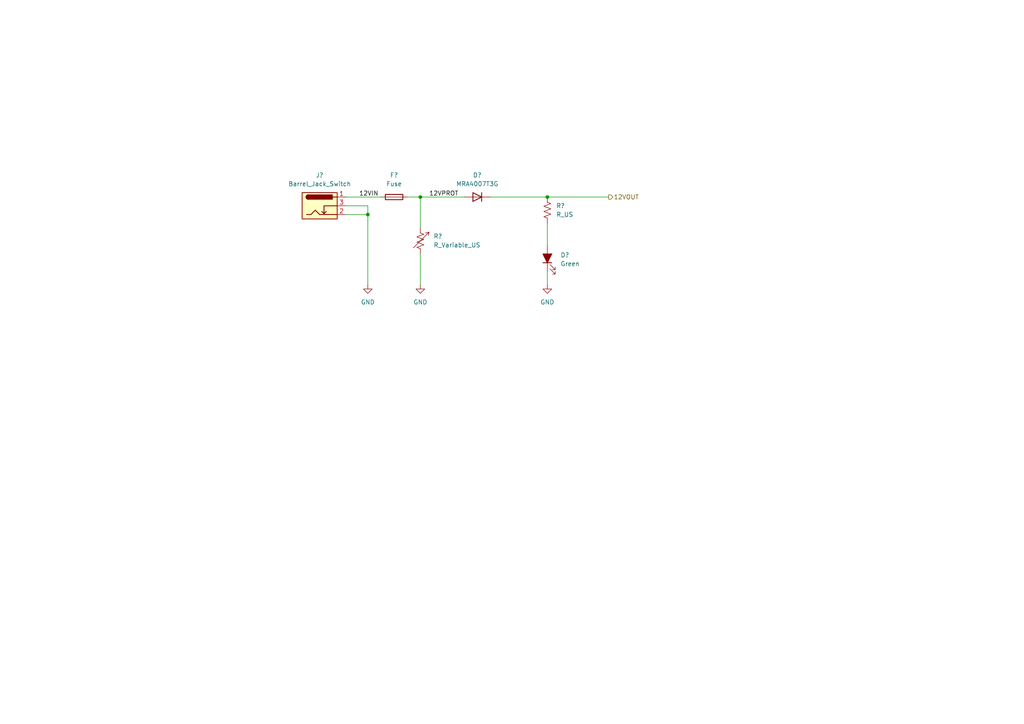
<source format=kicad_sch>
(kicad_sch (version 20250114) (generator "eeschema") (generator_version "9.0")
  (paper "A4")
  (lib_symbols
    (symbol "Connector:Barrel_Jack_Switch" (pin_names (hide yes))
      (property "Reference" "J" (at 0 5.334 0))
      (property "Value" "Barrel_Jack_Switch" (at 0 -5.08 0))
      (symbol "Barrel_Jack_Switch_0_1"
        (rectangle (start -5.08 3.81) (end 5.08 -3.81) (stroke (width 0.254)) (fill (type background)))
        (polyline (pts (xy -3.81 -2.54) (xy -2.54 -2.54) (xy -1.27 -1.27) (xy 0 -2.54) (xy 2.54 -2.54) (xy 5.08 -2.54)) (stroke (width 0.254)))
        (arc (start -3.302 1.905) (mid -3.9343 2.54) (end -3.302 3.175) (stroke (width 0.254)))
        (arc (start -3.302 1.905) (mid -3.9343 2.54) (end -3.302 3.175) (stroke (width 0.254)) (fill (type outline)))
        (polyline (pts (xy 1.27 -2.286) (xy 1.905 -1.651)) (stroke (width 0.254)))
        (rectangle (start 3.683 3.175) (end -3.302 1.905) (stroke (width 0.254)) (fill (type outline)))
        (polyline (pts (xy 5.08 2.54) (xy 3.81 2.54)) (stroke (width 0.254)))
        (polyline (pts (xy 5.08 0) (xy 1.27 0) (xy 1.27 -2.286) (xy 0.635 -1.651)) (stroke (width 0.254)))
      )
      (symbol "Barrel_Jack_Switch_1_1"
        (pin passive line (at 7.62 2.54 180) (length 2.54) (name "~") (number "1"))
        (pin passive line (at 7.62 0 180) (length 2.54) (name "~") (number "3"))
        (pin passive line (at 7.62 -2.54 180) (length 2.54) (name "~") (number "2"))
      )
    )
    (symbol "Device:Fuse" (pin_numbers (hide yes)) (pin_names (offset 0))
      (property "Reference" "F" (at 2.032 0 90))
      (property "Value" "Fuse" (at -1.905 0 90))
      (symbol "Fuse_0_1"
        (rectangle (start -0.762 -2.54) (end 0.762 2.54) (stroke (width 0.254)))
        (polyline (pts (xy 0 2.54) (xy 0 -2.54)))
      )
      (symbol "Fuse_1_1"
        (pin passive line (at 0 3.81 270) (length 1.27) (name "~") (number "1"))
        (pin passive line (at 0 -3.81 90) (length 1.27) (name "~") (number "2"))
      )
    )
    (symbol "Device:LED_Filled" (pin_numbers (hide yes)) (pin_names (offset 1.016) (hide yes))
      (property "Reference" "D" (at 0 2.54 0))
      (property "Value" "LED_Filled" (at 0 -2.54 0))
      (property "Sim.Pins" "1=K 2=A" (at 0 0 0))
      (symbol "LED_Filled_0_1"
        (polyline (pts (xy -3.048 -0.762) (xy -4.572 -2.286) (xy -3.81 -2.286) (xy -4.572 -2.286) (xy -4.572 -1.524)))
        (polyline (pts (xy -1.778 -0.762) (xy -3.302 -2.286) (xy -2.54 -2.286) (xy -3.302 -2.286) (xy -3.302 -1.524)))
        (polyline (pts (xy -1.27 0) (xy 1.27 0)))
        (polyline (pts (xy -1.27 -1.27) (xy -1.27 1.27)) (stroke (width 0.254)))
        (polyline (pts (xy 1.27 -1.27) (xy 1.27 1.27) (xy -1.27 0) (xy 1.27 -1.27)) (stroke (width 0.254)) (fill (type outline)))
      )
      (symbol "LED_Filled_1_1"
        (pin passive line (at -3.81 0 0) (length 2.54) (name "K") (number "1"))
        (pin passive line (at 3.81 0 180) (length 2.54) (name "A") (number "2"))
      )
    )
    (symbol "Device:R_US" (pin_numbers (hide yes)) (pin_names (offset 0))
      (property "Reference" "R" (at 2.54 0 90))
      (property "Value" "R_US" (at -2.54 0 90))
      (symbol "R_US_0_1"
        (polyline (pts (xy 0 2.286) (xy 0 2.54)))
        (polyline (pts (xy 0 2.286) (xy 1.016 1.905) (xy 0 1.524) (xy -1.016 1.143) (xy 0 0.762)))
        (polyline (pts (xy 0 0.762) (xy 1.016 0.381) (xy 0 0) (xy -1.016 -0.381) (xy 0 -0.762)))
        (polyline (pts (xy 0 -0.762) (xy 1.016 -1.143) (xy 0 -1.524) (xy -1.016 -1.905) (xy 0 -2.286)))
        (polyline (pts (xy 0 -2.286) (xy 0 -2.54)))
      )
      (symbol "R_US_1_1"
        (pin passive line (at 0 3.81 270) (length 1.27) (name "~") (number "1"))
        (pin passive line (at 0 -3.81 90) (length 1.27) (name "~") (number "2"))
      )
    )
    (symbol "Device:R_Variable_US" (pin_numbers (hide yes)) (pin_names (offset 0))
      (property "Reference" "R" (at 2.54 -2.54 90))
      (property "Value" "R_Variable_US" (at -2.54 -1.27 90))
      (symbol "R_Variable_US_0_1"
        (polyline (pts (xy 0 2.286) (xy 0 2.54)))
        (polyline (pts (xy 0 2.286) (xy 1.016 1.905) (xy 0 1.524) (xy -1.016 1.143) (xy 0 0.762)) (stroke (width 0.1524)))
        (polyline (pts (xy 0 0.762) (xy 1.016 0.381) (xy 0 0) (xy -1.016 -0.381) (xy 0 -0.762)))
        (polyline (pts (xy 0 -0.762) (xy 1.016 -1.143) (xy 0 -1.524) (xy -1.016 -1.905) (xy 0 -2.286)))
        (polyline (pts (xy 0 -2.286) (xy 0 -2.54)))
        (polyline (pts (xy 2.286 1.524) (xy 2.54 2.54) (xy 1.524 2.286) (xy 2.54 2.54) (xy -2.032 -2.032)) (stroke (width 0.1524)))
      )
      (symbol "R_Variable_US_1_1"
        (pin passive line (at 0 3.81 270) (length 1.27) (name "~") (number "1"))
        (pin passive line (at 0 -3.81 90) (length 1.27) (name "~") (number "2"))
      )
    )
    (symbol "Diode:MRA4007T3G" (pin_numbers (hide yes)) (pin_names (hide yes))
      (property "Reference" "D" (at 0 2.54 0))
      (property "Value" "MRA4007T3G" (at 0 -2.54 0))
      (symbol "MRA4007T3G_0_1"
        (polyline (pts (xy -1.27 1.27) (xy -1.27 -1.27)) (stroke (width 0.254)))
        (polyline (pts (xy 1.27 1.27) (xy 1.27 -1.27) (xy -1.27 0) (xy 1.27 1.27)) (stroke (width 0.254)))
        (polyline (pts (xy 1.27 0) (xy -1.27 0)))
      )
      (symbol "MRA4007T3G_1_1"
        (pin passive line (at -3.81 0 0) (length 2.54) (name "K") (number "1"))
        (pin passive line (at 3.81 0 180) (length 2.54) (name "A") (number "2"))
      )
    )
    (symbol "power:GND" (power) (pin_numbers (hide yes)) (pin_names (offset 0) (hide yes))
      (property "Value" "GND" (at 0 -3.81 0))
      (symbol "GND_0_1"
        (polyline (pts (xy 0 0) (xy 0 -1.27) (xy 1.27 -1.27) (xy 0 -2.54) (xy -1.27 -1.27) (xy 0 -1.27)))
      )
      (symbol "GND_1_1"
        (pin power_in line (at 0 0 270) (length 0) (name "~") (number "1"))
      )
    )
  )
  (junction (at 158.75 57.15))
  (junction (at 106.68 62.23))
  (junction (at 121.92 57.15))
  (wire (pts (xy 158.75 78.74) (xy 158.75 82.55)))
  (wire (pts (xy 142.24 57.15) (xy 158.75 57.15)))
  (wire (pts (xy 106.68 59.69) (xy 106.68 62.23)))
  (wire (pts (xy 158.75 64.77) (xy 158.75 71.12)))
  (wire (pts (xy 100.33 62.23) (xy 106.68 62.23)))
  (wire (pts (xy 100.33 57.15) (xy 110.49 57.15)))
  (wire (pts (xy 106.68 62.23) (xy 106.68 82.55)))
  (wire (pts (xy 121.92 73.66) (xy 121.92 82.55)))
  (wire (pts (xy 121.92 57.15) (xy 134.62 57.15)))
  (wire (pts (xy 121.92 57.15) (xy 121.92 66.04)))
  (wire (pts (xy 118.11 57.15) (xy 121.92 57.15)))
  (wire (pts (xy 158.75 57.15) (xy 176.53 57.15)))
  (wire (pts (xy 100.33 59.69) (xy 106.68 59.69)))
  (label "12VIN" (at 104.14 57.15 0))
  (label "12VPROT" (at 124.46 57.15 0))
  (hierarchical_label "12VOUT" (shape output) (at 176.53 57.15 0))
  (symbol (lib_id "power:GND") (at 106.68 82.55 0) (unit 1)
    (property "Reference" "#PWR02" (effects (hide yes)))
    (property "Value" "GND" (at 106.68 87.63 0))
    (property "Description" "Power symbol creates a global label with name \"GND\" , ground" (effects (hide yes)))
  )
  (symbol (lib_id "Diode:MRA4007T3G") (at 138.43 57.15 180) (unit 1)
    (property "Reference" "D?" (at 138.43 50.8 0))
    (property "Value" "MRA4007T3G" (at 138.43 53.34 0))
    (property "Footprint" "Diode_SMD:D_SMA" (effects (hide yes)))
    (property "Datasheet" "http://www.onsemi.com/pub_link/Collateral/MRA4003T3-D.PDF" (effects (hide yes)))
    (property "Description" "1000V, 1A, General Purpose Rectifier Diode, SMA(DO-214AC)" (effects (hide yes)))
    (property "Sim.Device" "D" (effects (hide yes)))
    (property "Sim.Pins" "1=K 2=A" (effects (hide yes)))
  )
  (symbol (lib_id "Device:R_US") (at 158.75 60.96 0) (unit 1)
    (property "Reference" "R?" (at 161.29 59.6899 0) (effects (justify left)))
    (property "Value" "R_US" (at 161.29 62.2299 0) (effects (justify left)))
    (property "Description" "Resistor, US symbol" (effects (hide yes)))
  )
  (symbol (lib_id "Device:R_Variable_US") (at 121.92 69.85 0) (unit 1)
    (property "Reference" "R?" (at 125.73 68.5418 0) (effects (justify left)))
    (property "Value" "R_Variable_US" (at 125.73 71.0818 0) (effects (justify left)))
    (property "Description" "Variable resistor, US symbol" (effects (hide yes)))
  )
  (symbol (lib_id "power:GND") (at 158.75 82.55 0) (unit 1)
    (property "Reference" "#PWR03" (effects (hide yes)))
    (property "Value" "GND" (at 158.75 87.63 0))
    (property "Description" "Power symbol creates a global label with name \"GND\" , ground" (effects (hide yes)))
  )
  (symbol (lib_id "power:GND") (at 121.92 82.55 0) (unit 1)
    (property "Reference" "#PWR01" (effects (hide yes)))
    (property "Value" "GND" (at 121.92 87.63 0))
    (property "Description" "Power symbol creates a global label with name \"GND\" , ground" (effects (hide yes)))
  )
  (symbol (lib_id "Device:LED_Filled") (at 158.75 74.93 90) (unit 1)
    (property "Reference" "D?" (at 162.56 73.9774 90) (effects (justify right)))
    (property "Value" "Green" (at 162.56 76.5174 90) (effects (justify right)))
    (property "Description" "Light emitting diode, filled shape" (effects (hide yes)))
    (property "Sim.Pins" "1=K 2=A" (effects (hide yes)))
  )
  (symbol (lib_id "Connector:Barrel_Jack_Switch") (at 92.71 59.69 0) (unit 1)
    (property "Reference" "J?" (at 92.71 50.8 0))
    (property "Value" "Barrel_Jack_Switch" (at 92.71 53.34 0))
    (property "Description" "DC Barrel Jack with an internal switch" (effects (hide yes)))
  )
  (symbol (lib_id "Device:Fuse") (at 114.3 57.15 90) (unit 1)
    (property "Reference" "F?" (at 114.3 50.8 90))
    (property "Value" "Fuse" (at 114.3 53.34 90))
    (property "Description" "Fuse" (effects (hide yes)))
  )
)
</source>
